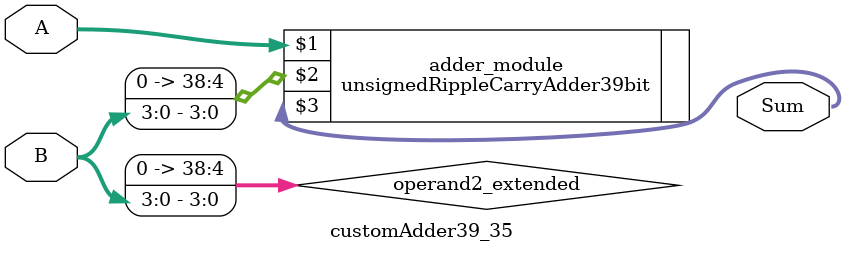
<source format=v>
module customAdder39_35(
                        input [38 : 0] A,
                        input [3 : 0] B,
                        
                        output [39 : 0] Sum
                );

        wire [38 : 0] operand2_extended;
        
        assign operand2_extended =  {35'b0, B};
        
        unsignedRippleCarryAdder39bit adder_module(
            A,
            operand2_extended,
            Sum
        );
        
        endmodule
        
</source>
